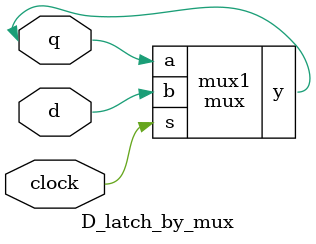
<source format=v>
`timescale 1ns / 1ps
module mux(a,b,s,y);
input a,b,s;
output reg  y;
always @(a or b or s)
begin
 y= (~s&a) | (s&b);
end
endmodule


module D_latch_by_mux(d,clock,q);
input d,clock;
inout q;

mux mux1(.a(q),.b(d),.s(clock),.y(q));

endmodule

</source>
